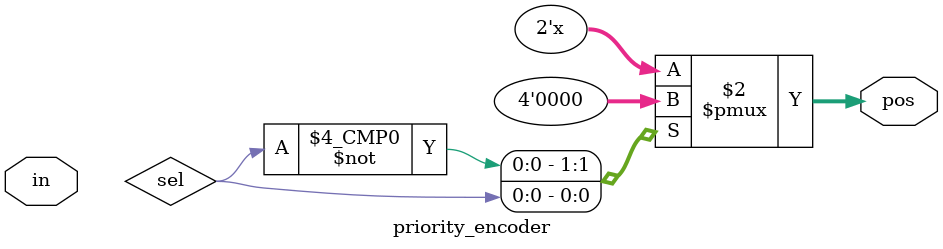
<source format=v>
module priority_encoder( 
input [2:0] in,
output reg [1:0] pos ); 
// When sel=1, assign b to out
always @(in or sel)
begin
	case(sel)
	1'b0: pos=2'b0;
	1'b1: pos=2'b00;
	endcase
end
endmodule

</source>
